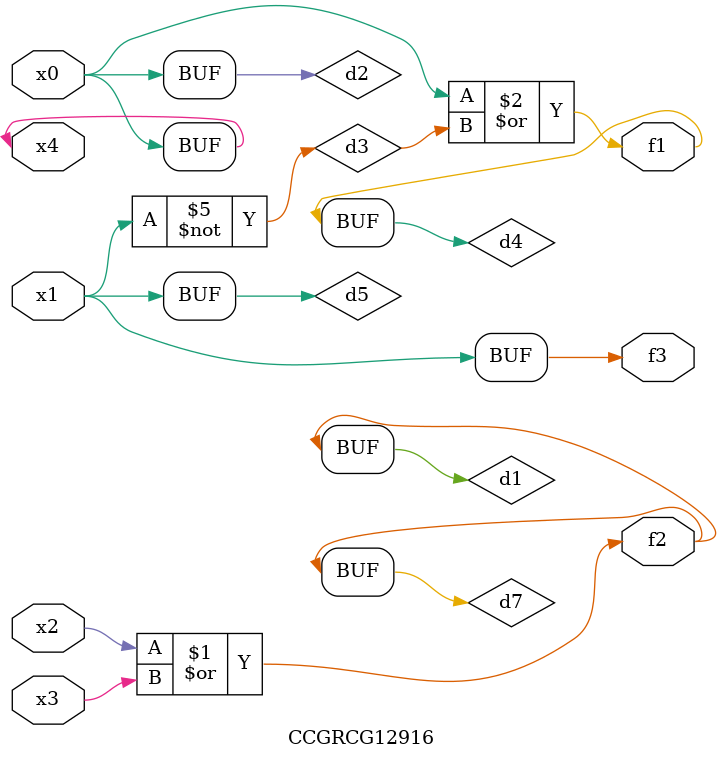
<source format=v>
module CCGRCG12916(
	input x0, x1, x2, x3, x4,
	output f1, f2, f3
);

	wire d1, d2, d3, d4, d5, d6, d7;

	or (d1, x2, x3);
	buf (d2, x0, x4);
	not (d3, x1);
	or (d4, d2, d3);
	not (d5, d3);
	nand (d6, d1, d3);
	or (d7, d1);
	assign f1 = d4;
	assign f2 = d7;
	assign f3 = d5;
endmodule

</source>
